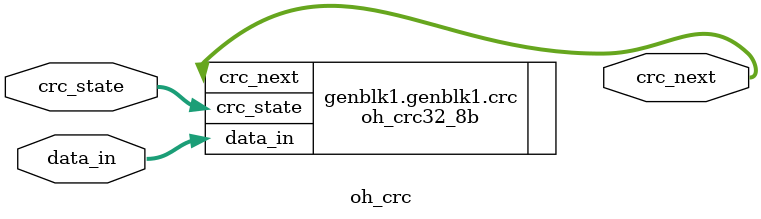
<source format=v>

module oh_crc #( parameter TYPE    = "ETH",  // type: "ETH", "OTHER"
		 parameter DW      = 8)       // width of data
   (
    input [DW-1:0]  data_in, // input data
    input [CW-1:0]  crc_state, // input crc state
    output [CW-1:0] crc_next // next crc state
    );
   
   localparam CW      = 32;         // width of polynomial
     
   generate
      if(TYPE=="ETH")
	begin
	   if(DW==8)	  	  
	     oh_crc32_8b crc(/*AUTOINST*/
			     // Outputs
			     .crc_next		(crc_next[31:0]),
			     // Inputs
			     .data_in		(data_in[7:0]),
			     .crc_state		(crc_state[31:0]));
	   else if(DW==64)
	     oh_crc32_64b crc(/*AUTOINST*/
			      // Outputs
			      .crc_next		(crc_next[31:0]),
			      // Inputs
			      .data_in		(data_in[63:0]),
			      .crc_state	(crc_state[31:0]));
      
	end // if (TYPE=="ETH")      
   endgenerate
  			 		 		    
endmodule // oh_crc


</source>
